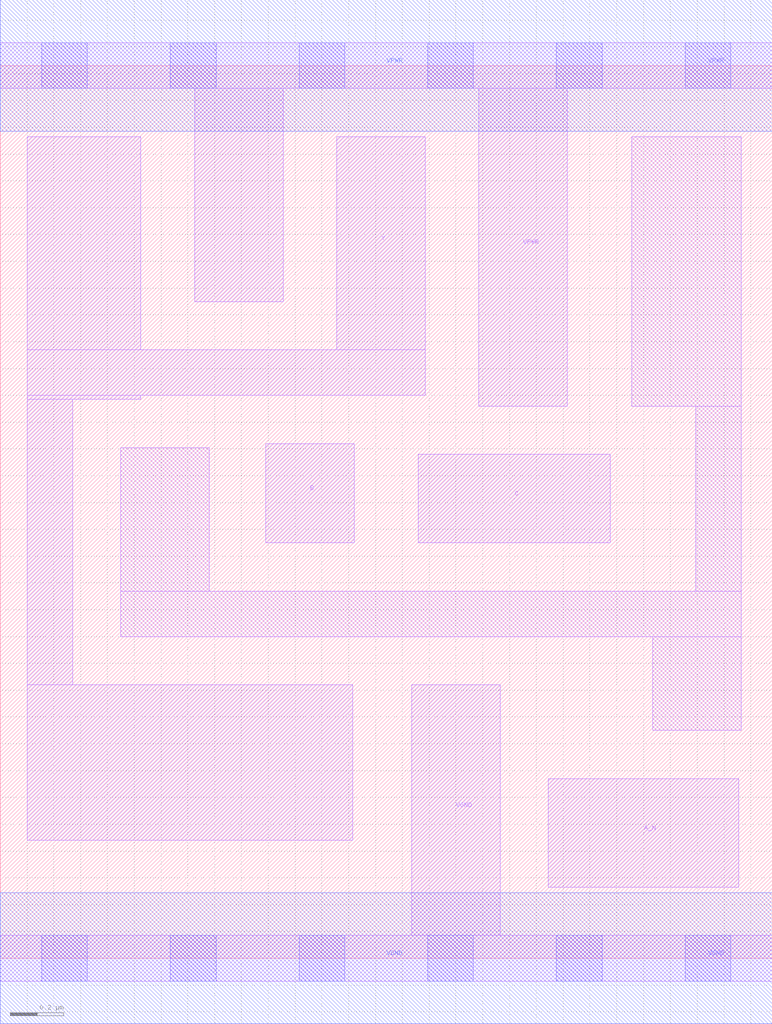
<source format=lef>
# Copyright 2020 The SkyWater PDK Authors
#
# Licensed under the Apache License, Version 2.0 (the "License");
# you may not use this file except in compliance with the License.
# You may obtain a copy of the License at
#
#     https://www.apache.org/licenses/LICENSE-2.0
#
# Unless required by applicable law or agreed to in writing, software
# distributed under the License is distributed on an "AS IS" BASIS,
# WITHOUT WARRANTIES OR CONDITIONS OF ANY KIND, either express or implied.
# See the License for the specific language governing permissions and
# limitations under the License.
#
# SPDX-License-Identifier: Apache-2.0

VERSION 5.7 ;
  NAMESCASESENSITIVE ON ;
  NOWIREEXTENSIONATPIN ON ;
  DIVIDERCHAR "/" ;
  BUSBITCHARS "[]" ;
UNITS
  DATABASE MICRONS 200 ;
END UNITS
MACRO sky130_fd_sc_lp__nand3b_lp
  CLASS CORE ;
  SOURCE USER ;
  FOREIGN sky130_fd_sc_lp__nand3b_lp ;
  ORIGIN  0.000000  0.000000 ;
  SIZE  2.880000 BY  3.330000 ;
  SYMMETRY X Y R90 ;
  SITE unit ;
  PIN A_N
    ANTENNAGATEAREA  0.376000 ;
    DIRECTION INPUT ;
    USE SIGNAL ;
    PORT
      LAYER li1 ;
        RECT 2.045000 0.265000 2.755000 0.670000 ;
    END
  END A_N
  PIN B
    ANTENNAGATEAREA  0.313000 ;
    DIRECTION INPUT ;
    USE SIGNAL ;
    PORT
      LAYER li1 ;
        RECT 0.990000 1.550000 1.320000 1.920000 ;
    END
  END B
  PIN C
    ANTENNAGATEAREA  0.313000 ;
    DIRECTION INPUT ;
    USE SIGNAL ;
    PORT
      LAYER li1 ;
        RECT 1.560000 1.550000 2.275000 1.880000 ;
    END
  END C
  PIN Y
    ANTENNADIFFAREA  0.684700 ;
    DIRECTION OUTPUT ;
    USE SIGNAL ;
    PORT
      LAYER li1 ;
        RECT 0.100000 0.440000 1.315000 1.020000 ;
        RECT 0.100000 1.020000 0.270000 2.085000 ;
        RECT 0.100000 2.085000 0.525000 2.100000 ;
        RECT 0.100000 2.100000 1.585000 2.270000 ;
        RECT 0.100000 2.270000 0.525000 3.065000 ;
        RECT 1.255000 2.270000 1.585000 3.065000 ;
    END
  END Y
  PIN VGND
    DIRECTION INOUT ;
    USE GROUND ;
    PORT
      LAYER li1 ;
        RECT 0.000000 -0.085000 2.880000 0.085000 ;
        RECT 1.535000  0.085000 1.865000 1.020000 ;
      LAYER mcon ;
        RECT 0.155000 -0.085000 0.325000 0.085000 ;
        RECT 0.635000 -0.085000 0.805000 0.085000 ;
        RECT 1.115000 -0.085000 1.285000 0.085000 ;
        RECT 1.595000 -0.085000 1.765000 0.085000 ;
        RECT 2.075000 -0.085000 2.245000 0.085000 ;
        RECT 2.555000 -0.085000 2.725000 0.085000 ;
      LAYER met1 ;
        RECT 0.000000 -0.245000 2.880000 0.245000 ;
    END
  END VGND
  PIN VPWR
    DIRECTION INOUT ;
    USE POWER ;
    PORT
      LAYER li1 ;
        RECT 0.000000 3.245000 2.880000 3.415000 ;
        RECT 0.725000 2.450000 1.055000 3.245000 ;
        RECT 1.785000 2.060000 2.115000 3.245000 ;
      LAYER mcon ;
        RECT 0.155000 3.245000 0.325000 3.415000 ;
        RECT 0.635000 3.245000 0.805000 3.415000 ;
        RECT 1.115000 3.245000 1.285000 3.415000 ;
        RECT 1.595000 3.245000 1.765000 3.415000 ;
        RECT 2.075000 3.245000 2.245000 3.415000 ;
        RECT 2.555000 3.245000 2.725000 3.415000 ;
      LAYER met1 ;
        RECT 0.000000 3.085000 2.880000 3.575000 ;
    END
  END VPWR
  OBS
    LAYER li1 ;
      RECT 0.450000 1.200000 2.765000 1.370000 ;
      RECT 0.450000 1.370000 0.780000 1.905000 ;
      RECT 2.355000 2.060000 2.765000 3.065000 ;
      RECT 2.435000 0.850000 2.765000 1.200000 ;
      RECT 2.595000 1.370000 2.765000 2.060000 ;
  END
END sky130_fd_sc_lp__nand3b_lp

</source>
